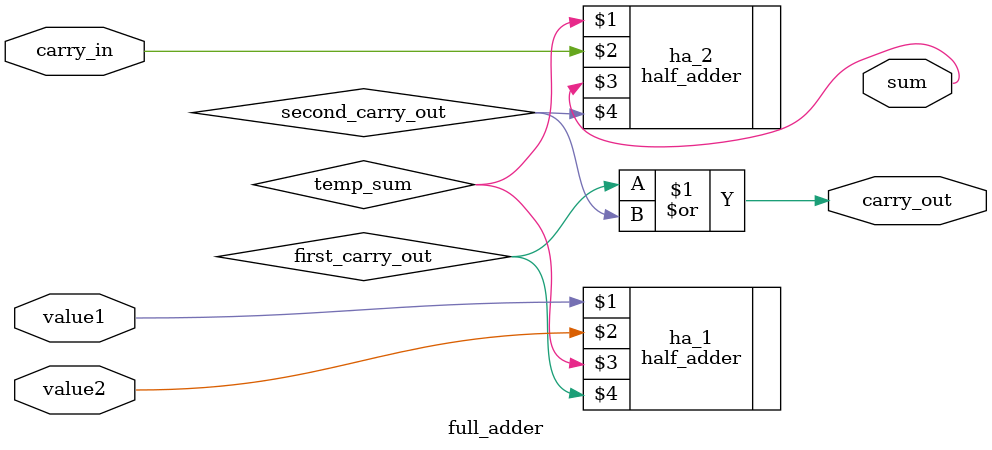
<source format=v>
module full_adder(value1, value2, sum, carry_out, carry_in);
// Inputs
input value1;
input value2;
input carry_in;
// Outputs
output sum;
output carry_out;
// Wires
wire temp_sum;
wire first_carry_out;
wire second_carry_out;

// Full Adder
half_adder ha_1(value1  , value2   , temp_sum, first_carry_out );
half_adder ha_2(temp_sum, carry_in , sum     , second_carry_out);

// Final carry_out
or o(carry_out, first_carry_out, second_carry_out);

endmodule
</source>
